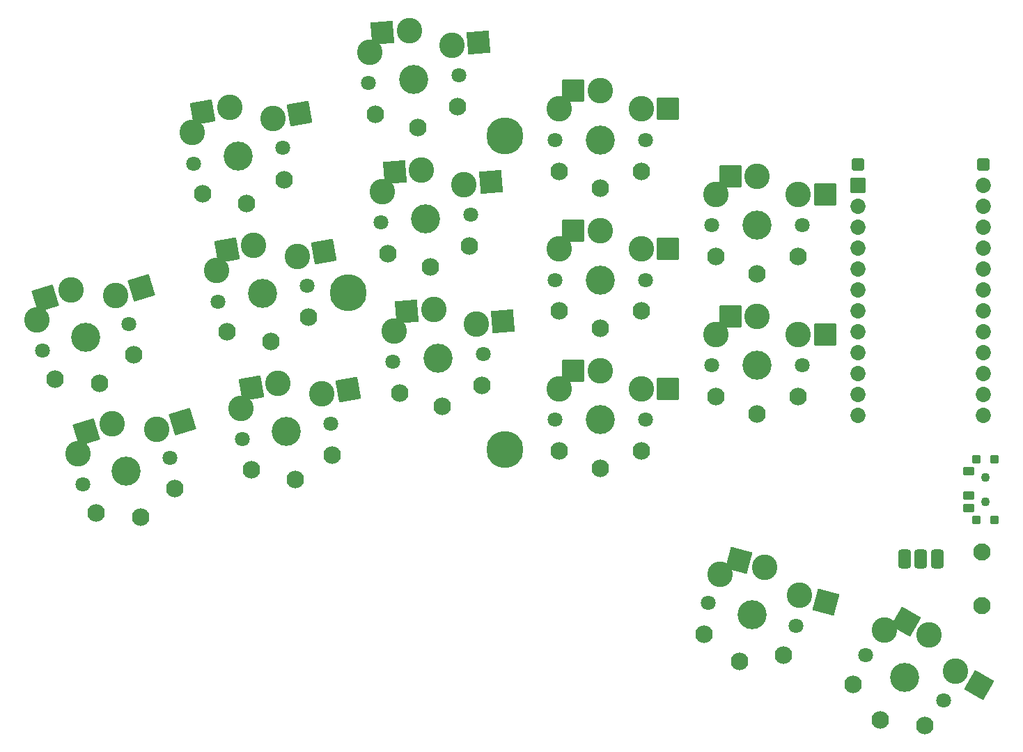
<source format=gbs>
%TF.GenerationSoftware,KiCad,Pcbnew,(6.0.4-0)*%
%TF.CreationDate,2022-04-28T13:46:59+02:00*%
%TF.ProjectId,duckmini,6475636b-6d69-46e6-992e-6b696361645f,v1.0.0*%
%TF.SameCoordinates,Original*%
%TF.FileFunction,Soldermask,Bot*%
%TF.FilePolarity,Negative*%
%FSLAX46Y46*%
G04 Gerber Fmt 4.6, Leading zero omitted, Abs format (unit mm)*
G04 Created by KiCad (PCBNEW (6.0.4-0)) date 2022-04-28 13:46:59*
%MOMM*%
%LPD*%
G01*
G04 APERTURE LIST*
G04 Aperture macros list*
%AMRoundRect*
0 Rectangle with rounded corners*
0 $1 Rounding radius*
0 $2 $3 $4 $5 $6 $7 $8 $9 X,Y pos of 4 corners*
0 Add a 4 corners polygon primitive as box body*
4,1,4,$2,$3,$4,$5,$6,$7,$8,$9,$2,$3,0*
0 Add four circle primitives for the rounded corners*
1,1,$1+$1,$2,$3*
1,1,$1+$1,$4,$5*
1,1,$1+$1,$6,$7*
1,1,$1+$1,$8,$9*
0 Add four rect primitives between the rounded corners*
20,1,$1+$1,$2,$3,$4,$5,0*
20,1,$1+$1,$4,$5,$6,$7,0*
20,1,$1+$1,$6,$7,$8,$9,0*
20,1,$1+$1,$8,$9,$2,$3,0*%
G04 Aperture macros list end*
%ADD10RoundRect,0.425000X-0.375000X-0.750000X0.375000X-0.750000X0.375000X0.750000X-0.375000X0.750000X0*%
%ADD11C,2.100000*%
%ADD12C,3.100000*%
%ADD13C,1.801800*%
%ADD14C,3.529000*%
%ADD15RoundRect,0.050000X-1.054507X-1.505993X1.505993X-1.054507X1.054507X1.505993X-1.505993X1.054507X0*%
%ADD16C,2.132000*%
%ADD17RoundRect,0.050000X-1.181751X-1.408356X1.408356X-1.181751X1.181751X1.408356X-1.408356X1.181751X0*%
%ADD18RoundRect,0.050000X-1.300000X-1.300000X1.300000X-1.300000X1.300000X1.300000X-1.300000X1.300000X0*%
%ADD19RoundRect,0.050000X-1.775833X-0.475833X0.475833X-1.775833X1.775833X0.475833X-0.475833X1.775833X0*%
%ADD20RoundRect,0.050000X-0.450000X0.450000X-0.450000X-0.450000X0.450000X-0.450000X0.450000X0.450000X0*%
%ADD21C,1.100000*%
%ADD22RoundRect,0.050000X-0.625000X0.450000X-0.625000X-0.450000X0.625000X-0.450000X0.625000X0.450000X0*%
%ADD23RoundRect,0.050000X-0.863113X-1.623279X1.623279X-0.863113X0.863113X1.623279X-1.623279X0.863113X0*%
%ADD24RoundRect,0.050000X-1.592168X-0.919239X0.919239X-1.592168X1.592168X0.919239X-0.919239X1.592168X0*%
%ADD25RoundRect,0.050000X-0.876300X0.876300X-0.876300X-0.876300X0.876300X-0.876300X0.876300X0.876300X0*%
%ADD26C,1.852600*%
%ADD27RoundRect,0.425000X-0.375000X-0.375000X0.375000X-0.375000X0.375000X0.375000X-0.375000X0.375000X0*%
%ADD28C,4.500000*%
G04 APERTURE END LIST*
D10*
%TO.C,PAD1*%
X152411087Y55816483D03*
X156411087Y55816483D03*
X154411087Y55816483D03*
%TD*%
D11*
%TO.C,B1*%
X161850000Y50090000D03*
X161850000Y56590000D03*
%TD*%
D12*
%TO.C,S11*%
X75659968Y109306337D03*
X70353903Y110604673D03*
X70353903Y110604673D03*
D13*
X65970667Y103790002D03*
D12*
X65811891Y107569855D03*
D14*
X71387110Y104745067D03*
D13*
X76803553Y105700132D03*
D15*
X67128658Y110035975D03*
X78885213Y109875035D03*
%TD*%
D13*
%TO.C,S34*%
X157191785Y38610213D03*
D14*
X152428645Y41360213D03*
D13*
X147665505Y44110213D03*
D16*
X146198518Y40569316D03*
X154858772Y35569316D03*
X149478645Y36250663D03*
X149478645Y36250663D03*
%TD*%
D14*
%TO.C,S15*%
X94221643Y97114167D03*
D13*
X99700714Y97593524D03*
D12*
X98875782Y101285676D03*
X93703066Y103041525D03*
X93703066Y103041525D03*
X88913835Y100414118D03*
D13*
X88742572Y96634810D03*
D17*
X90440529Y102756090D03*
X102138320Y101571111D03*
%TD*%
D12*
%TO.C,S21*%
X115411087Y95636017D03*
D13*
X109911087Y89686017D03*
D12*
X115411087Y95636017D03*
X120411087Y93436017D03*
D13*
X120911087Y89686017D03*
D12*
X110411087Y93436017D03*
D14*
X115411087Y89686017D03*
D18*
X112136087Y95636017D03*
X123686087Y93436017D03*
%TD*%
D13*
%TO.C,S8*%
X71874705Y70306538D03*
X82707591Y72216668D03*
D14*
X77291148Y71261603D03*
D16*
X73026972Y66651093D03*
X82875050Y68387574D03*
X78315672Y65451237D03*
X78315672Y65451237D03*
%TD*%
D14*
%TO.C,S14*%
X95703291Y80178857D03*
D13*
X101182362Y80658214D03*
X90224220Y79699500D03*
D16*
X91053509Y75957538D03*
X101015456Y76829096D03*
X96217510Y74301308D03*
X96217510Y74301308D03*
%TD*%
D14*
%TO.C,S20*%
X115411087Y72686017D03*
D13*
X109911087Y72686017D03*
X120911087Y72686017D03*
D16*
X120411087Y68886017D03*
X110411087Y68886017D03*
X115411087Y66786017D03*
X115411087Y66786017D03*
%TD*%
D13*
%TO.C,S28*%
X129017334Y79310985D03*
X140017334Y79310985D03*
D14*
X134517334Y79310985D03*
D16*
X129517334Y75510985D03*
X139517334Y75510985D03*
X134517334Y73410985D03*
X134517334Y73410985D03*
%TD*%
D12*
%TO.C,S29*%
X134517334Y102260985D03*
X134517334Y102260985D03*
D13*
X140017334Y96310985D03*
D14*
X134517334Y96310985D03*
D12*
X139517334Y100060985D03*
X129517334Y100060985D03*
D13*
X129017334Y96310985D03*
D18*
X131242334Y102260985D03*
X142792334Y100060985D03*
%TD*%
D14*
%TO.C,S33*%
X152428645Y41360213D03*
D12*
X155403645Y46513064D03*
X149973518Y47107808D03*
D13*
X147665505Y44110213D03*
D12*
X155403645Y46513064D03*
X158633772Y42107808D03*
D13*
X157191785Y38610213D03*
D19*
X152567412Y48150564D03*
X161470005Y40470308D03*
%TD*%
D12*
%TO.C,S7*%
X71715929Y74086391D03*
X81564006Y75822873D03*
X76257941Y77121209D03*
D13*
X71874705Y70306538D03*
D12*
X76257941Y77121209D03*
D13*
X82707591Y72216668D03*
D14*
X77291148Y71261603D03*
D15*
X73032696Y76552511D03*
X84789251Y76391571D03*
%TD*%
D20*
%TO.C,T2*%
X163387367Y60512667D03*
X163387367Y67912667D03*
X161187367Y60512667D03*
X161187367Y67912667D03*
D21*
X162287367Y65712667D03*
X162287367Y62712667D03*
D22*
X160212367Y66462667D03*
X160212367Y63462667D03*
X160212367Y61962667D03*
%TD*%
D14*
%TO.C,S5*%
X52842259Y82729963D03*
D13*
X58101935Y84338007D03*
D12*
X51102647Y88419976D03*
X51102647Y88419976D03*
D13*
X47582583Y81121919D03*
D12*
X46964341Y84854247D03*
X56527389Y87777964D03*
D23*
X47970749Y87462459D03*
X59659287Y88735482D03*
%TD*%
D12*
%TO.C,S27*%
X129517334Y83060985D03*
D13*
X140017334Y79310985D03*
D14*
X134517334Y79310985D03*
D12*
X139517334Y83060985D03*
X134517334Y85260985D03*
X134517334Y85260985D03*
D13*
X129017334Y79310985D03*
D18*
X131242334Y85260985D03*
X142792334Y83060985D03*
%TD*%
D12*
%TO.C,S9*%
X68763910Y90828123D03*
D14*
X74339129Y88003335D03*
D12*
X73305922Y93862941D03*
X78611987Y92564605D03*
D13*
X68922686Y87048270D03*
D12*
X73305922Y93862941D03*
D13*
X79755572Y88958400D03*
D15*
X70080677Y93294243D03*
X81837232Y93133303D03*
%TD*%
D13*
%TO.C,S16*%
X99700714Y97593524D03*
D14*
X94221643Y97114167D03*
D13*
X88742572Y96634810D03*
D16*
X99533808Y93764406D03*
X89571861Y92892848D03*
X94735862Y91236618D03*
X94735862Y91236618D03*
%TD*%
D13*
%TO.C,S30*%
X140017334Y96310985D03*
X129017334Y96310985D03*
D14*
X134517334Y96310985D03*
D16*
X139517334Y92510985D03*
X129517334Y92510985D03*
X134517334Y90410985D03*
X134517334Y90410985D03*
%TD*%
D13*
%TO.C,S13*%
X90224220Y79699500D03*
X101182362Y80658214D03*
D14*
X95703291Y80178857D03*
D12*
X95184714Y86106215D03*
X100357430Y84350366D03*
X95184714Y86106215D03*
X90395483Y83478808D03*
D17*
X91922177Y85820780D03*
X103619968Y84635801D03*
%TD*%
D13*
%TO.C,S24*%
X109911087Y106686017D03*
X120911087Y106686017D03*
D14*
X115411087Y106686017D03*
D16*
X110411087Y102886017D03*
X120411087Y102886017D03*
X115411087Y100786017D03*
X115411087Y100786017D03*
%TD*%
D13*
%TO.C,S17*%
X87260925Y113570120D03*
D14*
X92739996Y114049477D03*
D13*
X98219067Y114528834D03*
D12*
X87432188Y117349428D03*
X97394135Y118220986D03*
X92221419Y119976835D03*
X92221419Y119976835D03*
D17*
X88958882Y119691400D03*
X100656673Y118506421D03*
%TD*%
D13*
%TO.C,S4*%
X52552902Y64864738D03*
X63072254Y68080826D03*
D14*
X57812578Y66472782D03*
D16*
X54142067Y61376965D03*
X63705114Y64300682D03*
X59537571Y60830584D03*
X59537571Y60830584D03*
%TD*%
D13*
%TO.C,S10*%
X79755572Y88958400D03*
X68922686Y87048270D03*
D14*
X74339129Y88003335D03*
D16*
X70074953Y83392825D03*
X79923031Y85129306D03*
X75363653Y82192969D03*
X75363653Y82192969D03*
%TD*%
D13*
%TO.C,S22*%
X109911087Y89686017D03*
X120911087Y89686017D03*
D14*
X115411087Y89686017D03*
D16*
X110411087Y85886017D03*
X120411087Y85886017D03*
X115411087Y83786017D03*
X115411087Y83786017D03*
%TD*%
D14*
%TO.C,S31*%
X133891046Y49038738D03*
D13*
X128578454Y50462243D03*
D12*
X135431019Y54785997D03*
X139691247Y51366865D03*
X135431019Y54785997D03*
X130031988Y53955055D03*
D13*
X139203638Y47615233D03*
D24*
X132267612Y55633629D03*
X142854654Y50519232D03*
%TD*%
D25*
%TO.C,MCU1*%
X146737213Y101142542D03*
D26*
X146737213Y98602542D03*
X146737213Y96062542D03*
X146737213Y93522542D03*
X146737213Y90982542D03*
X146737213Y88442542D03*
X146737213Y85902542D03*
X146737213Y83362542D03*
X146737213Y80822542D03*
X146737213Y78282542D03*
X146737213Y75742542D03*
X146737213Y73202542D03*
X161977213Y101142542D03*
X161977213Y98602542D03*
X161977213Y96062542D03*
X161977213Y93522542D03*
X161977213Y90982542D03*
X161977213Y88442542D03*
X161977213Y85902542D03*
X161977213Y83362542D03*
X161977213Y80822542D03*
X161977213Y78282542D03*
X161977213Y75742542D03*
X161977213Y73202542D03*
D27*
X146737213Y103682542D03*
X161977213Y103682542D03*
%TD*%
D13*
%TO.C,S3*%
X52552902Y64864738D03*
D12*
X51934660Y68597066D03*
D14*
X57812578Y66472782D03*
D12*
X61497708Y71520783D03*
X56072966Y72162795D03*
X56072966Y72162795D03*
D13*
X63072254Y68080826D03*
D23*
X52941068Y71205278D03*
X64629606Y72478301D03*
%TD*%
D13*
%TO.C,S32*%
X139203638Y47615233D03*
D14*
X133891046Y49038738D03*
D13*
X128578454Y50462243D03*
D16*
X137737163Y44074125D03*
X128077904Y46662315D03*
X132364014Y43339776D03*
X132364014Y43339776D03*
%TD*%
D28*
%TO.C,REF\u002A\u002A*%
X84747220Y88141427D03*
X103797220Y69091427D03*
X103797220Y107191427D03*
%TD*%
D14*
%TO.C,S12*%
X71387110Y104745067D03*
D13*
X65970667Y103790002D03*
X76803553Y105700132D03*
D16*
X76971012Y101871038D03*
X67122934Y100134557D03*
X72411634Y98934701D03*
X72411634Y98934701D03*
%TD*%
D14*
%TO.C,S23*%
X115411087Y106686017D03*
D13*
X120911087Y106686017D03*
D12*
X115411087Y112636017D03*
X115411087Y112636017D03*
X110411087Y110436017D03*
X120411087Y110436017D03*
D13*
X109911087Y106686017D03*
D18*
X112136087Y112636017D03*
X123686087Y110436017D03*
%TD*%
D13*
%TO.C,S6*%
X47582583Y81121919D03*
X58101935Y84338007D03*
D14*
X52842259Y82729963D03*
D16*
X49171748Y77634146D03*
X58734795Y80557863D03*
X54567252Y77087765D03*
X54567252Y77087765D03*
%TD*%
D14*
%TO.C,S19*%
X115411087Y72686017D03*
D12*
X115411087Y78636017D03*
X110411087Y76436017D03*
D13*
X120911087Y72686017D03*
X109911087Y72686017D03*
D12*
X120411087Y76436017D03*
X115411087Y78636017D03*
D18*
X112136087Y78636017D03*
X123686087Y76436017D03*
%TD*%
D13*
%TO.C,S18*%
X98219067Y114528834D03*
D14*
X92739996Y114049477D03*
D13*
X87260925Y113570120D03*
D16*
X88090214Y109828158D03*
X98052161Y110699716D03*
X93254215Y108171928D03*
X93254215Y108171928D03*
%TD*%
M02*

</source>
